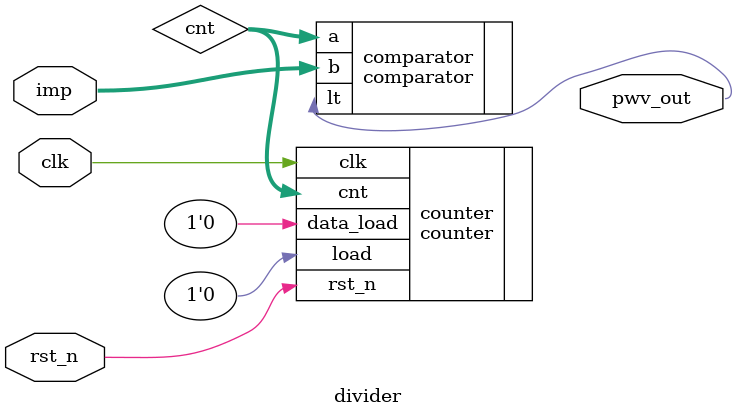
<source format=v>
module divider #(
    parameter PWD_WIDTH = 4
) (
    input clk,
    input rst_n,
    input [PWD_WIDTH - 1 : 0] imp,
    output pwv_out
);
    wire [PWD_WIDTH - 1 : 0] cnt;

    counter #(.WIDTH (PWD_WIDTH)) counter (
        .clk (clk),
        .rst_n (rst_n),
        .load (1'b0),
        .data_load (1'b0),
        .cnt (cnt)
    );

    comparator #(.WIDTH (PWD_WIDTH)) comparator (
        .a (cnt),
        .b (imp),
        .lt (pwv_out)
    );
endmodule

</source>
